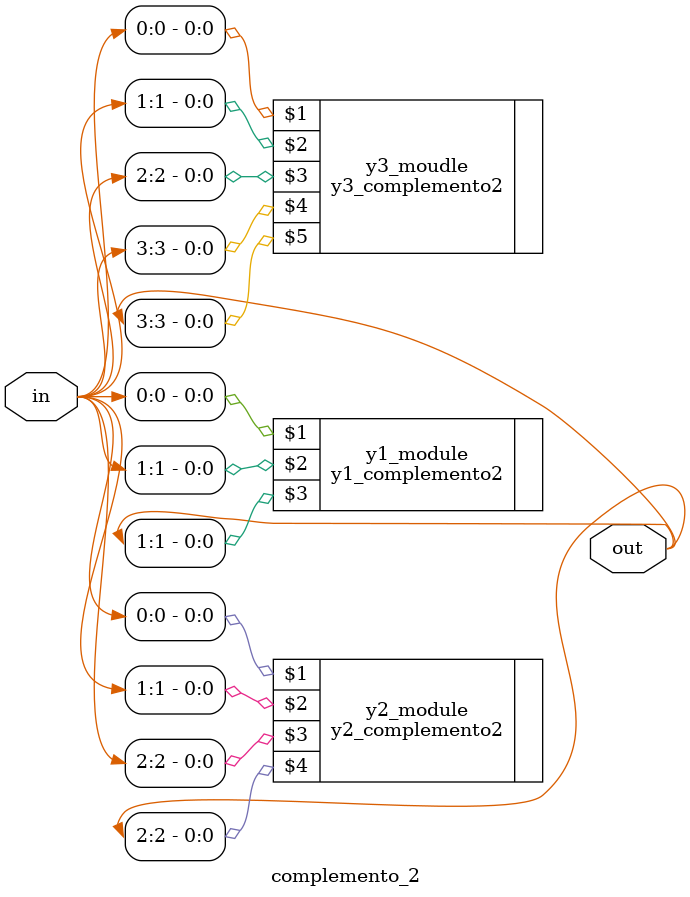
<source format=v>
`include "src/y1.v"
`include "src/y2.v"
`include "src/y3.v"

module complemento_2(in, out);
    input[3:0]  in;
    output wire[3:0] out;

    y1_complemento2 y1_module(in[0], in[1], out[1]);
    y2_complemento2 y2_module(in[0], in[1], in[2], out[2]);
    y3_complemento2 y3_moudle(in[0], in[1], in[2], in[3], out[3]);

endmodule
</source>
